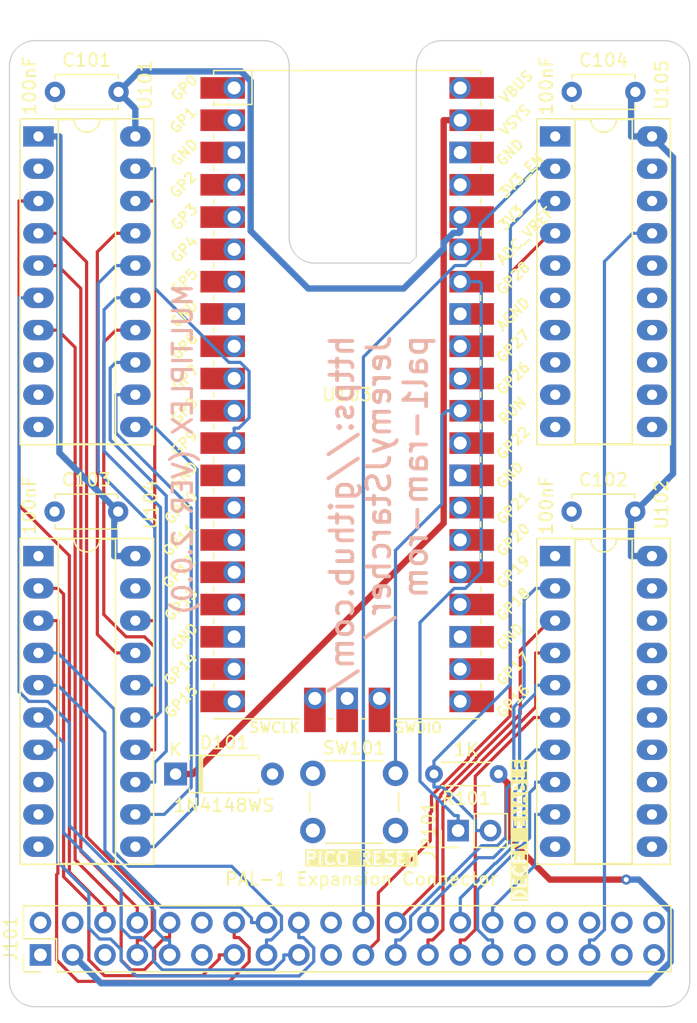
<source format=kicad_pcb>
(kicad_pcb (version 20240108) (generator "pcbnew") (generator_version "8.0")
  (layers (0 "F.Cu" signal) (1 "In1.Cu" signal) (2 "In2.Cu" signal) (31 "B.Cu" signal) (34 "B.Paste" user) (35 "F.Paste" user) (36 "B.SilkS" user "B.Silkscreen") (37 "F.SilkS" user "F.Silkscreen") (38 "B.Mask" user) (39 "F.Mask" user) (44 "Edge.Cuts" user))
  (net 0 "")
  (net 1 "GND")
  (net 2 "Net-(SW101-A)")
  (net 3 "V5")
  (net 4 "/HVPHI2")
  (net 5 "/DEN")
  (net 6 "/HVA2")
  (net 7 "/HVA11")
  (net 8 "/HVA15")
  (net 9 "/HVA6")
  (net 10 "/HVA4")
  (net 11 "/HVA1")
  (net 12 "/HVA3")
  (net 13 "/HVA10")
  (net 14 "/HVA0")
  (net 15 "/HVA14")
  (net 16 "/HVA13")
  (net 17 "/HVA7")
  (net 18 "/HVA8")
  (net 19 "/HVA12")
  (net 20 "/HVA5")
  (net 21 "/LV2")
  (net 22 "/LV4")
  (net 23 "/LV7")
  (net 24 "/LV6")
  (net 25 "/LV5")
  (net 26 "/LV3")
  (net 27 "/CS1")
  (net 28 "/LV1")
  (net 29 "/LV0")
  (net 30 "/CDIR")
  (net 31 "/CS3")
  (net 37 "/CS2")
  (net 38 "/HVA9")
  (net 39 "/HVD0")
  (net 40 "/HVD2")
  (net 41 "/HVD5")
  (net 42 "/HVR~{W}")
  (net 43 "/HVD7")
  (net 44 "/HVD6")
  (net 45 "/HVD1")
  (net 46 "/HVD3")
  (net 47 "/HVD4")
  (net 48 "/~{HVDEN}")
  (net 49 "/LVR~{W}")
  (net 50 "/CS4")
  (net 54 "/LVPHI2")
  (net 58 "+3.3V")
  (net 59 "/~{LVDEN}")
  (net 60 "/VSYS")
  (footprint "Capacitor_THT:C_Disc_D4.7mm_W2.5mm_P5.00mm" (layer "F.Cu") (at 124.6 60.8124)
    (property "Reference" "C101")
    (property "Value" "100nF")
  )
  (footprint "Diode_THT:D_A-405_P7.62mm_Horizontal" (layer "F.Cu") (at 134.085 114.475)
    (property "Reference" "D101")
    (property "Value" "1N4148WS")
  )
  (footprint "Capacitor_THT:C_Disc_D4.7mm_W2.5mm_P5.00mm" (layer "F.Cu") (at 165.23 93.8274)
    (property "Reference" "C102")
    (property "Value" "100nF")
  )
  (footprint "Connector_PinHeader_2.54mm:PinHeader_1x02_P2.54mm_Vertical" (layer "F.Cu") (at 156.305 118.925 90)
    (property "Reference" "JP101")
    (property "Value" "DECEN ENABLE")
  )
  (footprint "Capacitor_THT:C_Disc_D4.7mm_W2.5mm_P5.00mm" (layer "F.Cu") (at 165.24 60.8124)
    (property "Reference" "C104")
    (property "Value" "100nF")
  )
  (footprint "RPi_Pico:RPi_Pico_SMD_TH" (layer "F.Cu") (at 147.58 84.63)
    (property "Reference" "U103")
    (property "Value" "Pico")
  )
  (footprint "Capacitor_THT:C_Disc_D4.7mm_W2.5mm_P5.00mm" (layer "F.Cu") (at 124.57 93.8274)
    (property "Reference" "C103")
    (property "Value" "100nF")
  )
  (footprint "Resistor_THT:R_Axial_DIN0204_L3.6mm_D1.6mm_P5.08mm_Horizontal" (layer "F.Cu") (at 159.485 114.475 180)
    (property "Reference" "R101")
    (property "Value" "1K")
  )
  (footprint "Connector_PinHeader_2.54mm:PinHeader_2x20_P2.54mm_Vertical" (layer "F.Cu") (at 123.455 128.705 90)
    (property "Reference" "J101")
    (property "Value" "PAL-1 Expansion Connector")
  )
  (footprint "Package_DIP:DIP-20_W7.62mm_Socket_LongPads" (layer "F.Cu") (at 163.93 97.33)
    (property "Reference" "U102")
    (property "Value" "74LVC245")
  )
  (footprint "Package_DIP:DIP-20_W7.62mm_Socket_LongPads" (layer "F.Cu") (at 123.3 64.315)
    (property "Reference" "U101")
    (property "Value" "74LVC245")
  )
  (footprint "Package_DIP:DIP-20_W7.62mm_Socket_LongPads" (layer "F.Cu") (at 163.94 64.315)
    (property "Reference" "U105")
    (property "Value" "74LVC245")
  )
  (footprint "Package_DIP:DIP-20_W7.62mm_Socket_LongPads" (layer "F.Cu") (at 123.3 97.33)
    (property "Reference" "U104")
    (property "Value" "74LVC245")
  )
  (footprint "Button_Switch_THT:SW_PUSH_6mm_H4.3mm" (layer "F.Cu") (at 144.88 114.42)
    (property "Reference" "SW101")
    (property "Value" "PICO RESET")
  )
  (gr_arc (start 145.02 74.28) (mid 143.605786 73.694214) (end 143.02 72.28) (stroke (width 0.1)) (layer "Edge.Cuts"))
  (gr_line (start 123.02 56.78) (end 141.02 56.78) (stroke (width 0.1)) (layer "Edge.Cuts"))
  (gr_arc (start 141.02 56.78) (mid 142.434214 57.365786) (end 143.02 58.78) (stroke (width 0.1)) (layer "Edge.Cuts"))
  (gr_line (start 153.02 73.78) (end 153.02 58.78) (stroke (width 0.1)) (layer "Edge.Cuts"))
  (gr_arc (start 153.02 58.78) (mid 153.605786 57.365786) (end 155.02 56.78) (stroke (width 0.1)) (layer "Edge.Cuts"))
  (gr_line (start 155.02 56.78) (end 172.52 56.78) (stroke (width 0.1)) (layer "Edge.Cuts"))
  (gr_line (start 174.52 58.78) (end 174.52 130.78) (stroke (width 0.1)) (layer "Edge.Cuts"))
  (gr_line (start 152.52 74.28) (end 153.02 73.78) (stroke (width 0.1)) (layer "Edge.Cuts"))
  (gr_line (start 121.02 130.78) (end 121.02 58.78) (stroke (width 0.1)) (layer "Edge.Cuts"))
  (gr_line (start 172.52 132.78) (end 123.02 132.78) (stroke (width 0.1)) (layer "Edge.Cuts"))
  (gr_line (start 143.02 58.78) (end 143.02 72.28) (stroke (width 0.1)) (layer "Edge.Cuts"))
  (gr_line (start 145.02 74.28) (end 152.52 74.28) (stroke (width 0.1)) (layer "Edge.Cuts"))
  (gr_arc (start 123.02 132.78) (mid 121.605786 132.194214) (end 121.02 130.78) (stroke (width 0.1)) (layer "Edge.Cuts"))
  (gr_arc (start 172.52 56.78) (mid 173.934214 57.365786) (end 174.52 58.78) (stroke (width 0.1)) (layer "Edge.Cuts"))
  (gr_arc (start 121.02 58.78) (mid 121.605786 57.365786) (end 123.02 56.78) (stroke (width 0.1)) (layer "Edge.Cuts"))
  (gr_arc (start 174.52 130.78) (mid 173.934214 132.194214) (end 172.52 132.78) (stroke (width 0.1)) (layer "Edge.Cuts"))
  (gr_text "MULTIPLEX (VER 2.0.0)" (at 135.52 75.78 90) (layer "B.SilkS") (effects (font (size 1.5 1.5) (thickness 0.25) (bold yes)) (justify left bottom mirror)))
  (gr_text "https://github.com/\nJeremyJStarcher/\npal1-ram-rom\n" (at 154.02 79.78 90) (layer "B.SilkS") (effects (font (size 1.8 1.8) (thickness 0.3) (bold yes)) (justify left bottom mirror)))
  (segment (start 151.38 96.877) (end 151.38 114.42) (width 0.25) (layer "B.Cu") (net 2))
  (segment (start 155.02 93.237) (end 151.38 96.877) (width 0.25) (layer "B.Cu") (net 2))
  (segment (start 155.02 86.28) (end 155.02 93.237) (width 0.25) (layer "B.Cu") (net 2))
  (segment (start 156.47 85.9) (end 155.4 85.9) (width 0.25) (layer "B.Cu") (net 2))
  (segment (start 155.4 85.9) (end 155.02 86.28) (width 0.25) (layer "B.Cu") (net 2))
  (segment (start 163.52 122.78) (end 169.52 122.78) (width 0.5) (layer "F.Cu") (net 3))
  (segment (start 159.485 114.475) (end 160.185 115.175) (width 0.5) (layer "F.Cu") (net 3))
  (segment (start 160.185 115.175) (end 160.185 119.445) (width 0.5) (layer "F.Cu") (net 3))
  (segment (start 160.185 119.445) (end 163.52 122.78) (width 0.5) (layer "F.Cu") (net 3))
  (via (at 169.52 122.78) (size 0.8) (drill 0.4) (layers "F.Cu" "B.Cu") (net 3))
  (segment (start 128.2264 130.9364) (end 171.322078 130.9364) (width 0.5) (layer "B.Cu") (net 3))
  (segment (start 125.995 128.705) (end 128.2264 130.9364) (width 0.5) (layer "B.Cu") (net 3))
  (segment (start 170.52 122.78) (end 169.52 122.78) (width 0.5) (layer "B.Cu") (net 3))
  (segment (start 173.015 129.243478) (end 173.015 125.275) (width 0.5) (layer "B.Cu") (net 3))
  (segment (start 173.015 125.275) (end 170.52 122.78) (width 0.5) (layer "B.Cu") (net 3))
  (segment (start 171.322078 130.9364) (end 173.015 129.243478) (width 0.5) (layer "B.Cu") (net 3))
  (segment (start 158.0288 71.2395) (end 162.4133 66.855) (width 0.25) (layer "B.Cu") (net 4))
  (segment (start 148.855 126.165) (end 148.855 81.6697) (width 0.25) (layer "B.Cu") (net 4))
  (segment (start 156.0547 74.47) (end 156.8841 74.47) (width 0.25) (layer "B.Cu") (net 4))
  (segment (start 156.8841 74.47) (end 158.0288 73.3253) (width 0.25) (layer "B.Cu") (net 4))
  (segment (start 148.855 81.6697) (end 156.0547 74.47) (width 0.25) (layer "B.Cu") (net 4))
  (segment (start 158.0288 73.3253) (end 158.0288 71.2395) (width 0.25) (layer "B.Cu") (net 4))
  (segment (start 163.94 66.855) (end 162.4133 66.855) (width 0.25) (layer "B.Cu") (net 4))
  (segment (start 156.47 75.74) (end 157.98 75.74) (width 0.25) (layer "B.Cu") (net 5))
  (segment (start 157.98 75.74) (end 158.1238 75.8838) (width 0.25) (layer "B.Cu") (net 5))
  (segment (start 158.1238 75.8838) (end 158.1238 98.6251) (width 0.25) (layer "B.Cu") (net 5))
  (segment (start 153.3031 102.5547) (end 153.3031 115.0406) (width 0.25) (layer "B.Cu") (net 5))
  (segment (start 153.3031 115.0406) (end 156.0108 117.7483) (width 0.25) (layer "B.Cu") (net 5))
  (segment (start 156.0108 117.7483) (end 156.305 117.7483) (width 0.25) (layer "B.Cu") (net 5))
  (segment (start 156.8789 99.87) (end 155.9878 99.87) (width 0.25) (layer "B.Cu") (net 5))
  (segment (start 155.9878 99.87) (end 153.3031 102.5547) (width 0.25) (layer "B.Cu") (net 5))
  (segment (start 158.1238 98.6251) (end 156.8789 99.87) (width 0.25) (layer "B.Cu") (net 5))
  (segment (start 156.305 117.7483) (end 156.305 118.925) (width 0.25) (layer "B.Cu") (net 5))
  (segment (start 123.3 71.935) (end 124.8267 71.935) (width 0.25) (layer "F.Cu") (net 6))
  (segment (start 127.0867 119.4021) (end 127.0867 74.195) (width 0.25) (layer "F.Cu") (net 6))
  (segment (start 132.2517 126.7194) (end 132.2517 124.5671) (width 0.25) (layer "F.Cu") (net 6))
  (segment (start 131.075 128.705) (end 131.075 127.5283) (width 0.25) (layer "F.Cu") (net 6))
  (segment (start 131.4428 127.5283) (end 132.2517 126.7194) (width 0.25) (layer "F.Cu") (net 6))
  (segment (start 131.075 127.5283) (end 131.4428 127.5283) (width 0.25) (layer "F.Cu") (net 6))
  (segment (start 127.0867 74.195) (end 124.8267 71.935) (width 0.25) (layer "F.Cu") (net 6))
  (segment (start 132.2517 124.5671) (end 127.0867 119.4021) (width 0.25) (layer "F.Cu") (net 6))
  (segment (start 132.9821 124.9475) (end 128.5279 120.4933) (width 0.25) (layer "B.Cu") (net 7))
  (segment (start 128.5278 111.1911) (end 124.8267 107.49) (width 0.25) (layer "B.Cu") (net 7))
  (segment (start 140.0583 125.7972) (end 139.2086 124.9475) (width 0.25) (layer "B.Cu") (net 7))
  (segment (start 141.235 126.165) (end 140.0583 126.165) (width 0.25) (layer "B.Cu") (net 7))
  (segment (start 139.2086 124.9475) (end 132.9821 124.9475) (width 0.25) (layer "B.Cu") (net 7))
  (segment (start 128.5279 120.4933) (end 128.5279 111.1911) (width 0.25) (layer "B.Cu") (net 7))
  (segment (start 123.3 107.49) (end 124.8267 107.49) (width 0.25) (layer "B.Cu") (net 7))
  (segment (start 140.0583 126.165) (end 140.0583 125.7972) (width 0.25) (layer "B.Cu") (net 7))
  (segment (start 128.5279 111.1911) (end 128.5278 111.1911) (width 0.25) (layer "B.Cu") (net 7))
  (segment (start 121.7733 107.9957) (end 121.7733 77.015) (width 0.25) (layer "B.Cu") (net 10))
  (segment (start 133.615 127.5283) (end 133.2472 127.5283) (width 0.25) (layer "B.Cu") (net 10))
  (segment (start 132.4383 126.7194) (end 132.4383 125.2281) (width 0.25) (layer "B.Cu") (net 10))
  (segment (start 125.7301 110.4577) (end 124.0324 108.76) (width 0.25) (layer "B.Cu") (net 10))
  (segment (start 132.4383 125.2281) (end 125.7301 118.5199) (width 0.25) (layer "B.Cu") (net 10))
  (segment (start 133.615 128.705) (end 133.615 127.5283) (width 0.25) (layer "B.Cu") (net 10))
  (segment (start 123.3 77.015) (end 121.7733 77.015) (width 0.25) (layer "B.Cu") (net 10))
  (segment (start 125.7301 118.5199) (end 125.7301 110.4577) (width 0.25) (layer "B.Cu") (net 10))
  (segment (start 124.0324 108.76) (end 122.5376 108.76) (width 0.25) (layer "B.Cu") (net 10))
  (segment (start 122.5376 108.76) (end 121.7733 107.9957) (width 0.25) (layer "B.Cu") (net 10))
  (segment (start 133.2472 127.5283) (end 132.4383 126.7194) (width 0.25) (layer "B.Cu") (net 10))
  (segment (start 128.535 124.9883) (end 125.7316 122.1849) (width 0.25) (layer "F.Cu") (net 11))
  (segment (start 125.7316 97.2978) (end 121.7733 93.3395) (width 0.25) (layer "F.Cu") (net 11))
  (segment (start 128.535 126.165) (end 128.535 124.9883) (width 0.25) (layer "F.Cu") (net 11))
  (segment (start 123.3 69.395) (end 121.7733 69.395) (width 0.25) (layer "F.Cu") (net 11))
  (segment (start 125.7316 122.1849) (end 125.7316 97.2978) (width 0.25) (layer "F.Cu") (net 11))
  (segment (start 121.7733 93.3395) (end 121.7733 69.395) (width 0.25) (layer "F.Cu") (net 11))
  (segment (start 131.075 124.9883) (end 126.635 120.5483) (width 0.25) (layer "F.Cu") (net 12))
  (segment (start 131.075 126.165) (end 131.075 124.9883) (width 0.25) (layer "F.Cu") (net 12))
  (segment (start 123.3 74.475) (end 124.8267 74.475) (width 0.25) (layer "F.Cu") (net 12))
  (segment (start 126.635 120.5483) (end 126.635 76.2833) (width 0.25) (layer "F.Cu") (net 12))
  (segment (start 126.635 76.2833) (end 124.8267 74.475) (width 0.25) (layer "F.Cu") (net 12))
  (segment (start 141.235 128.705) (end 141.235 127.5283) (width 0.25) (layer "B.Cu") (net 13))
  (segment (start 142.4117 125.648) (end 138.4968 121.7331) (width 0.25) (layer "B.Cu") (net 13))
  (segment (start 123.3 104.95) (end 124.8267 104.95) (width 0.25) (layer "B.Cu") (net 13))
  (segment (start 130.4065 121.7331) (end 129.2442 120.5708) (width 0.25) (layer "B.Cu") (net 13))
  (segment (start 129.2442 109.3675) (end 124.8267 104.95) (width 0.25) (layer "B.Cu") (net 13))
  (segment (start 141.235 127.5283) (end 141.6028 127.5283) (width 0.25) (layer "B.Cu") (net 13))
  (segment (start 129.2442 120.5708) (end 129.2442 109.3675) (width 0.25) (layer "B.Cu") (net 13))
  (segment (start 138.4968 121.7331) (end 130.4065 121.7331) (width 0.25) (layer "B.Cu") (net 13))
  (segment (start 142.4117 126.7194) (end 142.4117 125.648) (width 0.25) (layer "B.Cu") (net 13))
  (segment (start 141.6028 127.5283) (end 142.4117 126.7194) (width 0.25) (layer "B.Cu") (net 13))
  (segment (start 123.3 112.57) (end 124.8267 112.57) (width 0.25) (layer "B.Cu") (net 16))
  (segment (start 144.9517 129.2152) (end 144.9517 128.1506) (width 0.25) (layer "B.Cu") (net 16))
  (segment (start 131.0004 130.3614) (end 143.8055 130.3614) (width 0.25) (layer "B.Cu") (net 16))
  (segment (start 127.265 123.8353) (end 127.265 126.5958) (width 0.25) (layer "B.Cu") (net 16))
  (segment (start 127.265 126.5958) (end 128.1243 127.4551) (width 0.25) (layer "B.Cu") (net 16))
  (segment (start 143.775 126.165) (end 143.775 127.3417) (width 0.25) (layer "B.Cu") (net 16))
  (segment (start 128.1243 127.4551) (end 128.9759 127.4551) (width 0.25) (layer "B.Cu") (net 16))
  (segment (start 124.8267 121.397) (end 127.265 123.8353) (width 0.25) (layer "B.Cu") (net 16))
  (segment (start 144.9517 128.1506) (end 144.1428 127.3417) (width 0.25) (layer "B.Cu") (net 16))
  (segment (start 124.8267 112.57) (end 124.8267 121.397) (width 0.25) (layer "B.Cu") (net 16))
  (segment (start 143.8055 130.3614) (end 144.9517 129.2152) (width 0.25) (layer "B.Cu") (net 16))
  (segment (start 129.805 129.166) (end 131.0004 130.3614) (width 0.25) (layer "B.Cu") (net 16))
  (segment (start 129.805 128.2842) (end 129.805 129.166) (width 0.25) (layer "B.Cu") (net 16))
  (segment (start 144.1428 127.3417) (end 143.775 127.3417) (width 0.25) (layer "B.Cu") (net 16))
  (segment (start 128.9759 127.4551) (end 129.805 128.2842) (width 0.25) (layer "B.Cu") (net 16))
  (segment (start 136.2063 130.3339) (end 128.4893 130.3339) (width 0.25) (layer "F.Cu") (net 18))
  (segment (start 123.3 99.87) (end 124.8267 99.87) (width 0.25) (layer "F.Cu") (net 18))
  (segment (start 128.4893 130.3339) (end 127.265 129.1096) (width 0.25) (layer "F.Cu") (net 18))
  (segment (start 127.265 124.5438) (end 125.2784 122.5572) (width 0.25) (layer "F.Cu") (net 18))
  (segment (start 138.695 128.705) (end 137.5183 128.705) (width 0.25) (layer "F.Cu") (net 18))
  (segment (start 125.2784 122.5572) (end 125.2784 100.3217) (width 0.25) (layer "F.Cu") (net 18))
  (segment (start 125.2784 100.3217) (end 124.8267 99.87) (width 0.25) (layer "F.Cu") (net 18))
  (segment (start 127.265 129.1096) (end 127.265 124.5438) (width 0.25) (layer "F.Cu") (net 18))
  (segment (start 137.5183 128.705) (end 137.5183 129.0219) (width 0.25) (layer "F.Cu") (net 18))
  (segment (start 137.5183 129.0219) (end 136.2063 130.3339) (width 0.25) (layer "F.Cu") (net 18))
  (segment (start 132.345 128.2961) (end 131.3906 127.3417) (width 0.25) (layer "B.Cu") (net 19))
  (segment (start 129.805 126.6005) (end 129.805 123.6126) (width 0.25) (layer "B.Cu") (net 19))
  (segment (start 133.046 129.8882) (end 132.345 129.1872) (width 0.25) (layer "B.Cu") (net 19))
  (segment (start 141.7828 129.8882) (end 133.046 129.8882) (width 0.25) (layer "B.Cu") (net 19))
  (segment (start 129.805 123.6126) (end 125.2784 119.086) (width 0.25) (layer "B.Cu") (net 19))
  (segment (start 125.2784 112.0084) (end 123.3 110.03) (width 0.25) (layer "B.Cu") (net 19))
  (segment (start 131.3906 127.3417) (end 130.5462 127.3417) (width 0.25) (layer "B.Cu") (net 19))
  (segment (start 130.5462 127.3417) (end 129.805 126.6005) (width 0.25) (layer "B.Cu") (net 19))
  (segment (start 143.775 128.705) (end 142.5983 128.705) (width 0.25) (layer "B.Cu") (net 19))
  (segment (start 142.5983 128.705) (end 142.5983 129.0727) (width 0.25) (layer "B.Cu") (net 19))
  (segment (start 125.2784 119.086) (end 125.2784 112.0084) (width 0.25) (layer "B.Cu") (net 19))
  (segment (start 142.5983 129.0727) (end 141.7828 129.8882) (width 0.25) (layer "B.Cu") (net 19))
  (segment (start 132.345 129.1872) (end 132.345 128.2961) (width 0.25) (layer "B.Cu") (net 19))
  (segment (start 123.3 79.555) (end 124.8267 79.555) (width 0.25) (layer "F.Cu") (net 20))
  (segment (start 129.805 129.1073) (end 129.805 124.8388) (width 0.25) (layer "F.Cu") (net 20))
  (segment (start 129.805 124.8388) (end 126.1833 121.2171) (width 0.25) (layer "F.Cu") (net 20))
  (segment (start 133.2472 127.3417) (end 132.4383 128.1506) (width 0.25) (layer "F.Cu") (net 20))
  (segment (start 126.1833 80.9116) (end 124.8267 79.555) (width 0.25) (layer "F.Cu") (net 20))
  (segment (start 131.6237 129.8822) (end 130.5799 129.8822) (width 0.25) (layer "F.Cu") (net 20))
  (segment (start 132.4383 129.0676) (end 131.6237 129.8822) (width 0.25) (layer "F.Cu") (net 20))
  (segment (start 133.615 126.165) (end 133.615 127.3417) (width 0.25) (layer "F.Cu") (net 20))
  (segment (start 133.615 127.3417) (end 133.2472 127.3417) (width 0.25) (layer "F.Cu") (net 20))
  (segment (start 130.5799 129.8822) (end 129.805 129.1073) (width 0.25) (layer "F.Cu") (net 20))
  (segment (start 126.1833 121.2171) (end 126.1833 80.9116) (width 0.25) (layer "F.Cu") (net 20))
  (segment (start 132.4383 128.1506) (end 132.4383 129.0676) (width 0.25) (layer "F.Cu") (net 20))
  (segment (start 132.4467 95.1106) (end 132.4467 107.49) (width 0.25) (layer "B.Cu") (net 21))
  (segment (start 129.3933 74.475) (end 128.0068 75.8615) (width 0.25) (layer "B.Cu") (net 21))
  (segment (start 128.0068 90.6707) (end 132.4467 95.1106) (width 0.25) (layer "B.Cu") (net 21))
  (segment (start 130.92 74.475) (end 129.3933 74.475) (width 0.25) (layer "B.Cu") (net 21))
  (segment (start 130.92 107.49) (end 132.4467 107.49) (width 0.25) (layer "B.Cu") (net 21))
  (segment (start 128.0068 75.8615) (end 128.0068 90.6707) (width 0.25) (layer "B.Cu") (net 21))
  (segment (start 130.92 79.555) (end 129.3933 79.555) (width 0.25) (layer "F.Cu") (net 22))
  (segment (start 129.3933 79.555) (end 128.4387 80.5096) (width 0.25) (layer "F.Cu") (net 22))
  (segment (start 130.92 112.57) (end 132.4467 112.57) (width 0.25) (layer "F.Cu") (net 22))
  (segment (start 130.1913 103.68) (end 131.644 103.68) (width 0.25) (layer "F.Cu") (net 22))
  (segment (start 131.644 103.68) (end 132.4467 104.4827) (width 0.25) (layer "F.Cu") (net 22))
  (segment (start 132.4467 104.4827) (end 132.4467 112.57) (width 0.25) (layer "F.Cu") (net 22))
  (segment (start 128.4387 80.5096) (end 128.4387 101.9274) (width 0.25) (layer "F.Cu") (net 22))
  (segment (start 128.4387 101.9274) (end 130.1913 103.68) (width 0.25) (layer "F.Cu") (net 22))
  (segment (start 135.7738 90.5021) (end 135.7738 116.8629) (width 0.25) (layer "B.Cu") (net 23))
  (segment (start 135.7738 116.8629) (end 132.4467 120.19) (width 0.25) (layer "B.Cu") (net 23))
  (segment (start 132.4467 87.175) (end 135.7738 90.5021) (width 0.25) (layer "B.Cu") (net 23))
  (segment (start 130.92 120.19) (end 132.4467 120.19) (width 0.25) (layer "B.Cu") (net 23))
  (segment (start 130.92 87.175) (end 132.4467 87.175) (width 0.25) (layer "B.Cu") (net 23))
  (segment (start 133.1951 117.65) (end 130.92 117.65) (width 0.25) (layer "B.Cu") (net 24))
  (segment (start 130.92 84.635) (end 129.3933 84.635) (width 0.25) (layer "B.Cu") (net 24))
  (segment (start 135.3117 115.5334) (end 133.1951 117.65) (width 0.25) (layer "B.Cu") (net 24))
  (segment (start 129.3933 84.635) (end 129.3933 87.6418) (width 0.25) (layer "B.Cu") (net 24))
  (segment (start 135.3117 93.5602) (end 135.3117 115.5334) (width 0.25) (layer "B.Cu") (net 24))
  (segment (start 129.3933 87.6418) (end 135.3117 93.5602) (width 0.25) (layer "B.Cu") (net 24))
  (segment (start 132.4467 113.5833) (end 133.3501 112.6799) (width 0.25) (layer "B.Cu") (net 25))
  (segment (start 130.92 115.11) (end 132.4467 115.11) (width 0.25) (layer "B.Cu") (net 25))
  (segment (start 132.4467 115.11) (end 132.4467 113.5833) (width 0.25) (layer "B.Cu") (net 25))
  (segment (start 128.9416 82.5467) (end 129.3933 82.095) (width 0.25) (layer "B.Cu") (net 25))
  (segment (start 128.9416 88.1804) (end 128.9416 82.5467) (width 0.25) (layer "B.Cu") (net 25))
  (segment (start 133.3501 112.6799) (end 133.3501 92.5889) (width 0.25) (layer "B.Cu") (net 25))
  (segment (start 130.92 82.095) (end 129.3933 82.095) (width 0.25) (layer "B.Cu") (net 25))
  (segment (start 133.3501 92.5889) (end 128.9416 88.1804) (width 0.25) (layer "B.Cu") (net 25))
  (segment (start 132.4467 110.03) (end 132.8984 109.5783) (width 0.25) (layer "B.Cu") (net 26))
  (segment (start 128.4585 77.9498) (end 129.3933 77.015) (width 0.25) (layer "B.Cu") (net 26))
  (segment (start 130.92 77.015) (end 129.3933 77.015) (width 0.25) (layer "B.Cu") (net 26))
  (segment (start 132.8984 109.5783) (end 132.8984 93.5012) (width 0.25) (layer "B.Cu") (net 26))
  (segment (start 130.92 110.03) (end 132.4467 110.03) (width 0.25) (layer "B.Cu") (net 26))
  (segment (start 132.8984 93.5012) (end 128.4585 89.0613) (width 0.25) (layer "B.Cu") (net 26))
  (segment (start 128.4585 89.0613) (end 128.4585 77.9498) (width 0.25) (layer "B.Cu") (net 26))
  (segment (start 138.2829 82.09) (end 139.1729 82.09) (width 0.25) (layer "B.Cu") (net 27))
  (segment (start 139.1729 82.09) (end 139.8667 82.7838) (width 0.25) (layer "B.Cu") (net 27))
  (segment (start 138.69 88.44) (end 138.69 87.2633) (width 0.25) (layer "B.Cu") (net 27))
  (segment (start 130.92 66.855) (end 132.4467 66.855) (width 0.25) (layer "B.Cu") (net 27))
  (segment (start 139.0578 87.2633) (end 138.69 87.2633) (width 0.25) (layer "B.Cu") (net 27))
  (segment (start 139.8667 86.4544) (end 139.0578 87.2633) (width 0.25) (layer "B.Cu") (net 27))
  (segment (start 139.8667 82.7838) (end 139.8667 86.4544) (width 0.25) (layer "B.Cu") (net 27))
  (segment (start 132.4467 76.2538) (end 138.2829 82.09) (width 0.25) (layer "B.Cu") (net 27))
  (segment (start 132.4467 66.855) (end 132.4467 76.2538) (width 0.25) (layer "B.Cu") (net 27))
  (segment (start 127.9307 103.4874) (end 127.9307 73.3976) (width 0.25) (layer "F.Cu") (net 28))
  (segment (start 129.3933 104.95) (end 127.9307 103.4874) (width 0.25) (layer "F.Cu") (net 28))
  (segment (start 130.92 104.95) (end 129.3933 104.95) (width 0.25) (layer "F.Cu") (net 28))
  (segment (start 127.9307 73.3976) (end 129.3933 71.935) (width 0.25) (layer "F.Cu") (net 28))
  (segment (start 130.92 71.935) (end 129.3933 71.935) (width 0.25) (layer "F.Cu") (net 28))
  (segment (start 130.92 102.41) (end 132.4467 102.41) (width 0.25) (layer "F.Cu") (net 29))
  (segment (start 130.92 69.395) (end 132.4467 69.395) (width 0.25) (layer "F.Cu") (net 29))
  (segment (start 132.4467 102.41) (end 132.4467 69.395) (width 0.25) (layer "F.Cu") (net 29))
  (segment (start 139.8717 129.2347) (end 139.8717 128.1506) (width 0.25) (layer "F.Cu") (net 38))
  (segment (start 139.0628 127.3417) (end 138.695 127.3417) (width 0.25) (layer "F.Cu") (net 38))
  (segment (start 139.8717 128.1506) (end 139.0628 127.3417) (width 0.25) (layer "F.Cu") (net 38))
  (segment (start 124.7292 129.1109) (end 126.4042 130.7859) (width 0.25) (layer "F.Cu") (net 38))
  (segment (start 124.7292 122.3896) (end 124.7292 129.1109) (width 0.25) (layer "F.Cu") (net 38))
  (segment (start 123.3 102.41) (end 124.8267 102.41) (width 0.25) (layer "F.Cu") (net 38))
  (segment (start 138.3205 130.7859) (end 139.8717 129.2347) (width 0.25) (layer "F.Cu") (net 38))
  (segment (start 126.4042 130.7859) (end 138.3205 130.7859) (width 0.25) (layer "F.Cu") (net 38))
  (segment (start 124.8267 122.2921) (end 124.7292 122.3896) (width 0.25) (layer "F.Cu") (net 38))
  (segment (start 138.695 126.165) (end 138.695 127.3417) (width 0.25) (layer "F.Cu") (net 38))
  (segment (start 124.8267 102.41) (end 124.8267 122.2921) (width 0.25) (layer "F.Cu") (net 38))
  (segment (start 161.4927 100.7806) (end 161.4927 108.4006) (width 0.25) (layer "B.Cu") (net 39))
  (segment (start 152.5717 125.6844) (end 152.5717 126.7194) (width 0.25) (layer "B.Cu") (net 39))
  (segment (start 161.4927 108.4006) (end 160.6855 109.2078) (width 0.25) (layer "B.Cu") (net 39))
  (segment (start 151.7628 127.5283) (end 151.395 127.5283) (width 0.25) (layer "B.Cu") (net 39))
  (segment (start 163.93 99.87) (end 162.4033 99.87) (width 0.25) (layer "B.Cu") (net 39))
  (segment (start 160.6855 115.05) (end 160.1279 115.6076) (width 0.25) (layer "B.Cu") (net 39))
  (segment (start 160.1279 115.6076) (end 160.1279 119.372) (width 0.25) (layer "B.Cu") (net 39))
  (segment (start 151.395 128.705) (end 151.395 127.5283) (width 0.25) (layer "B.Cu") (net 39))
  (segment (start 160.6855 109.2078) (end 160.6855 115.05) (width 0.25) (layer "B.Cu") (net 39))
  (segment (start 162.4033 99.87) (end 161.4927 100.7806) (width 0.25) (layer "B.Cu") (net 39))
  (segment (start 160.1279 119.372) (end 159.3883 120.1116) (width 0.25) (layer "B.Cu") (net 39))
  (segment (start 158.1445 120.1116) (end 152.5717 125.6844) (width 0.25) (layer "B.Cu") (net 39))
  (segment (start 159.3883 120.1116) (end 158.1445 120.1116) (width 0.25) (layer "B.Cu") (net 39))
  (segment (start 152.5717 126.7194) (end 151.7628 127.5283) (width 0.25) (layer "B.Cu") (net 39))
  (segment (start 155.52 116.28) (end 155.1117 116.6883) (width 0.25) (layer "F.Cu") (net 40))
  (segment (start 154.3028 127.5283) (end 153.935 127.5283) (width 0.25) (layer "F.Cu") (net 40))
  (segment (start 155.1117 116.6883) (end 155.1117 126.7194) (width 0.25) (layer "F.Cu") (net 40))
  (segment (start 163.93 104.95) (end 162.4033 104.95) (width 0.25) (layer "F.Cu") (net 40))
  (segment (start 162.4033 109.2044) (end 158.1831 113.4246) (width 0.25) (layer "F.Cu") (net 40))
  (segment (start 155.1117 126.7194) (end 154.3028 127.5283) (width 0.25) (layer "F.Cu") (net 40))
  (segment (start 162.4033 104.95) (end 162.4033 109.2044) (width 0.25) (layer "F.Cu") (net 40))
  (segment (start 155.52 116.143604) (end 155.52 116.28) (width 0.25) (layer "F.Cu") (net 40))
  (segment (start 153.935 127.5283) (end 153.935 128.705) (width 0.25) (layer "F.Cu") (net 40))
  (segment (start 158.1831 113.4246) (end 158.1831 113.480504) (width 0.25) (layer "F.Cu") (net 40))
  (segment (start 158.1831 113.480504) (end 155.52 116.143604) (width 0.25) (layer "F.Cu") (net 40))
  (segment (start 161.4781 119.2374) (end 161.4781 115.7602) (width 0.25) (layer "B.Cu") (net 41))
  (segment (start 156.475 124.2405) (end 159.2066 121.5089) (width 0.25) (layer "B.Cu") (net 41))
  (segment (start 156.475 126.165) (end 156.475 124.2405) (width 0.25) (layer "B.Cu") (net 41))
  (segment (start 161.4781 115.7602) (end 161.5889 115.6494) (width 0.25) (layer "B.Cu") (net 41))
  (segment (start 163.93 112.57) (end 162.4033 112.57) (width 0.25) (layer "B.Cu") (net 41))
  (segment (start 161.2245 119.491) (end 161.4781 119.2374) (width 0.25) (layer "B.Cu") (net 41))
  (segment (start 159.2066 121.5089) (end 159.2687 121.5089) (width 0.25) (layer "B.Cu") (net 41))
  (segment (start 161.5889 113.3844) (end 162.4033 112.57) (width 0.25) (layer "B.Cu") (net 41))
  (segment (start 159.2687 121.5089) (end 161.2245 119.5531) (width 0.25) (layer "B.Cu") (net 41))
  (segment (start 161.5889 115.6494) (end 161.5889 113.3844) (width 0.25) (layer "B.Cu") (net 41))
  (segment (start 161.2245 119.5531) (end 161.2245 119.491) (width 0.25) (layer "B.Cu") (net 41))
  (segment (start 160.3946 109.9108) (end 157.11 113.1954) (width 0.25) (layer "F.Cu") (net 42))
  (segment (start 157.11 113.1954) (end 157.11 113.280812) (width 0.25) (layer "F.Cu") (net 42))
  (segment (start 154.2117 117.4219) (end 154.1108 117.5228) (width 0.25) (layer "F.Cu") (net 42))
  (segment (start 154.1108 117.5228) (end 154.1108 119.7285) (width 0.25) (layer "F.Cu") (net 42))
  (segment (start 150.0317 127.5283) (end 148.855 128.705) (width 0.25) (layer "F.Cu") (net 42))
  (segment (start 163.54 71.935) (end 160.3946 75.0804) (width 0.25) (layer "F.Cu") (net 42))
  (segment (start 163.94 71.935) (end 163.54 71.935) (width 0.25) (layer "F.Cu") (net 42))
  (segment (start 154.1108 119.7285) (end 150.0317 123.8076) (width 0.25) (layer "F.Cu") (net 42))
  (segment (start 160.3946 75.0804) (end 160.3946 109.9108) (width 0.25) (layer "F.Cu") (net 42))
  (segment (start 154.2117 116.179112) (end 154.2117 117.4219) (width 0.25) (layer "F.Cu") (net 42))
  (segment (start 157.11 113.280812) (end 154.2117 116.179112) (width 0.25) (layer "F.Cu") (net 42))
  (segment (start 150.0317 123.8076) (end 150.0317 127.5283) (width 0.25) (layer "F.Cu") (net 42))
  (segment (start 159.015 126.165) (end 159.015 124.9883) (width 0.25) (layer "B.Cu") (net 43))
  (segment (start 162.4033 117.65) (end 162.4033 121.6) (width 0.25) (layer "B.Cu") (net 43))
  (segment (start 162.4033 121.6) (end 159.015 124.9883) (width 0.25) (layer "B.Cu") (net 43))
  (segment (start 163.93 117.65) (end 162.4033 117.65) (width 0.25) (layer "B.Cu") (net 43))
  (segment (start 161.9298 119.4866) (end 161.9298 115.9473) (width 0.25) (layer "B.Cu") (net 44))
  (segment (start 161.9298 115.9473) (end 162.4033 115.4738) (width 0.25) (layer "B.Cu") (net 44))
  (segment (start 157.8383 126.7194) (end 157.8383 123.5781) (width 0.25) (layer "B.Cu") (net 44))
  (segment (start 162.4033 115.4738) (end 162.4033 115.11) (width 0.25) (layer "B.Cu") (net 44))
  (segment (start 159.015 128.705) (end 159.015 127.5283) (width 0.25) (layer "B.Cu") (net 44))
  (segment (start 157.8383 123.5781) (end 161.9298 119.4866) (width 0.25) (layer "B.Cu") (net 44))
  (segment (start 163.93 115.11) (end 162.4033 115.11) (width 0.25) (layer "B.Cu") (net 44))
  (segment (start 159.015 127.5283) (end 158.6472 127.5283) (width 0.25) (layer "B.Cu") (net 44))
  (segment (start 158.6472 127.5283) (end 157.8383 126.7194) (width 0.25) (layer "B.Cu") (net 44))
  (segment (start 161.1899 109.7544) (end 157.7314 113.2129) (width 0.25) (layer "F.Cu") (net 45))
  (segment (start 154.6617 122.8983) (end 151.395 126.165) (width 0.25) (layer "F.Cu") (net 45))
  (segment (start 157.7314 113.2129) (end 157.7314 113.295808) (width 0.25) (layer "F.Cu") (net 45))
  (segment (start 154.943604 116.22) (end 154.6617 116.501904) (width 0.25) (layer "F.Cu") (net 45))
  (segment (start 157.7314 113.295808) (end 154.943604 116.083604) (width 0.25) (layer "F.Cu") (net 45))
  (segment (start 161.1899 104.7501) (end 161.1899 109.7544) (width 0.25) (layer "F.Cu") (net 45))
  (segment (start 154.6617 116.501904) (end 154.6617 122.8983) (width 0.25) (layer "F.Cu") (net 45))
  (segment (start 163.53 102.41) (end 161.1899 104.7501) (width 0.25) (layer "F.Cu") (net 45))
  (segment (start 154.943604 116.083604) (end 154.943604 116.22) (width 0.25) (layer "F.Cu") (net 45))
  (segment (start 163.93 102.41) (end 163.53 102.41) (width 0.25) (layer "F.Cu") (net 45))
  (segment (start 162.4033 108.1288) (end 162.4033 107.49) (width 0.25) (layer "B.Cu") (net 46))
  (segment (start 157.8661 121.0572) (end 159.0816 121.0572) (width 0.25) (layer "B.Cu") (net 46))
  (segment (start 161.1372 109.3949) (end 162.4033 108.1288) (width 0.25) (layer "B.Cu") (net 46))
  (segment (start 153.935 124.9883) (end 157.8661 121.0572) (width 0.25) (layer "B.Cu") (net 46))
  (segment (start 161.1372 115.4623) (end 161.1372 109.3949) (width 0.25) (layer "B.Cu") (net 46))
  (segment (start 160.7728 119.366) (end 160.7728 115.8267) (width 0.25) (layer "B.Cu") (net 46))
  (segment (start 159.0816 121.0572) (end 160.7728 119.366) (width 0.25) (layer "B.Cu") (net 46))
  (segment (start 163.93 107.49) (end 162.4033 107.49) (width 0.25) (layer "B.Cu") (net 46))
  (segment (start 153.935 126.165) (end 153.935 124.9883) (width 0.25) (layer "B.Cu") (net 46))
  (segment (start 160.7728 115.8267) (end 161.1372 115.4623) (width 0.25) (layer "B.Cu") (net 46))
  (segment (start 156.475 127.5283) (end 156.475 128.705) (width 0.25) (layer "F.Cu") (net 47))
  (segment (start 162.27 110.03) (end 157.6517 114.6483) (width 0.25) (layer "F.Cu") (net 47))
  (segment (start 163.93 110.03) (end 162.27 110.03) (width 0.25) (layer "F.Cu") (net 47))
  (segment (start 157.6517 114.6483) (end 157.6517 126.7194) (width 0.25) (layer "F.Cu") (net 47))
  (segment (start 156.8428 127.5283) (end 156.475 127.5283) (width 0.25) (layer "F.Cu") (net 47))
  (segment (start 157.6517 126.7194) (end 156.8428 127.5283) (width 0.25) (layer "F.Cu") (net 47))
  (segment (start 166.635 128.705) (end 166.635 127.5283) (width 0.25) (layer "B.Cu") (net 48))
  (segment (start 171.56 71.935) (end 170.0333 71.935) (width 0.25) (layer "B.Cu") (net 48))
  (segment (start 170.0333 71.935) (end 167.8117 74.1566) (width 0.25) (layer "B.Cu") (net 48))
  (segment (start 167.8117 126.7194) (end 167.0028 127.5283) (width 0.25) (layer "B.Cu") (net 48))
  (segment (start 167.0028 127.5283) (end 166.635 127.5283) (width 0.25) (layer "B.Cu") (net 48))
  (segment (start 167.8117 74.1566) (end 167.8117 126.7194) (width 0.25) (layer "B.Cu") (net 48))
  (segment (start 130.92 62.1324) (end 129.6 60.8124) (width 0.5) (layer "B.Cu") (net 58))
  (segment (start 169.9083 64.315) (end 169.9083 61.1441) (width 0.5) (layer "B.Cu") (net 58))
  (segment (start 124.9517 89.2091) (end 124.9517 64.315) (width 0.5) (layer "B.Cu") (net 58))
  (segment (start 156.4 71.9) (end 155.931522 71.9) (width 0.5) (layer "B.Cu") (net 58))
  (segment (start 129.2683 94.1291) (end 129.57 93.8274) (width 0.5) (layer "B.Cu") (net 58))
  (segment (start 139.99 59.961522) (end 139.228478 59.2) (width 0.5) (layer "B.Cu") (net 58))
  (segment (start 144.52 76.28) (end 139.99 71.75) (width 0.5) (layer "B.Cu") (net 58))
  (segment (start 123.3 64.315) (end 124.9517 64.315) (width 0.5) (layer "B.Cu") (net 58))
  (segment (start 130.92 64.315) (end 130.92 62.1324) (width 0.5) (layer "B.Cu") (net 58))
  (segment (start 155.17 73.13) (end 152.02 76.28) (width 0.5) (layer "B.Cu") (net 58))
  (segment (start 173.21 90.8474) (end 173.21 65.965) (width 0.5) (layer "B.Cu") (net 58))
  (segment (start 169.9083 61.1441) (end 170.24 60.8124) (width 0.5) (layer "B.Cu") (net 58))
  (segment (start 129.57 93.8274) (end 124.9517 89.2091) (width 0.5) (layer "B.Cu") (net 58))
  (segment (start 139.99 71.75) (end 139.99 59.961522) (width 0.5) (layer "B.Cu") (net 58))
  (segment (start 130.92 97.33) (end 129.2683 97.33) (width 0.5) (layer "B.Cu") (net 58))
  (segment (start 155.17 72.661522) (end 155.17 73.13) (width 0.5) (layer "B.Cu") (net 58))
  (segment (start 171.55 97.33) (end 169.8983 97.33) (width 0.5) (layer "B.Cu") (net 58))
  (segment (start 169.8983 97.33) (end 169.8983 94.1591) (width 0.5) (layer "B.Cu") (net 58))
  (segment (start 169.8983 94.1591) (end 170.23 93.8274) (width 0.5) (layer "B.Cu") (net 58))
  (segment (start 155.931522 71.9) (end 155.17 72.661522) (width 0.5) (layer "B.Cu") (net 58))
  (segment (start 139.228478 59.2) (end 131.2124 59.2) (width 0.5) (layer "B.Cu") (net 58))
  (segment (start 152.02 76.28) (end 144.52 76.28) (width 0.5) (layer "B.Cu") (net 58))
  (segment (start 173.21 65.965) (end 171.56 64.315) (width 0.5) (layer "B.Cu") (net 58))
  (segment (start 156.47 70.66) (end 156.47 71.83) (width 0.5) (layer "B.Cu") (net 58))
  (segment (start 129.2683 97.33) (end 129.2683 94.1291) (width 0.5) (layer "B.Cu") (net 58))
  (segment (start 170.23 93.8274) (end 173.21 90.8474) (width 0.5) (layer "B.Cu") (net 58))
  (segment (start 156.47 71.83) (end 156.4 71.9) (width 0.5) (layer "B.Cu") (net 58))
  (segment (start 171.56 64.315) (end 169.9083 64.315) (width 0.5) (layer "B.Cu") (net 58))
  (segment (start 131.2124 59.2) (end 129.6 60.8124) (width 0.5) (layer "B.Cu") (net 58))
  (segment (start 158.845 118.925) (end 157.6683 118.925) (width 0.25) (layer "B.Cu") (net 59))
  (segment (start 155.0722 115.5017) (end 157.6683 118.0978) (width 0.25) (layer "B.Cu") (net 59))
  (segment (start 163.94 69.395) (end 162.4133 69.395) (width 0.25) (layer "B.Cu") (net 59))
  (segment (start 157.6683 118.0978) (end 157.6683 118.925) (width 0.25) (layer "B.Cu") (net 59))
  (segment (start 162.4133 69.395) (end 160.4141 71.3942) (width 0.25) (layer "B.Cu") (net 59))
  (segment (start 154.405 114.9883) (end 154.405 114.475) (width 0.25) (layer "B.Cu") (net 59))
  (segment (start 154.405 114.9883) (end 154.405 115.5017) (width 0.25) (layer "B.Cu") (net 59))
  (segment (start 154.405 114.475) (end 154.405 113.4483) (width 0.25) (layer "B.Cu") (net 59))
  (segment (start 160.4141 107.4392) (end 154.405 113.4483) (width 0.25) (layer "B.Cu") (net 59))
  (segment (start 154.405 115.5017) (end 155.0722 115.5017) (width 0.25) (layer "B.Cu") (net 59))
  (segment (start 160.4141 71.3942) (end 160.4141 107.4392) (width 0.25) (layer "B.Cu") (net 59))
  (segment (start 156.47 63.04) (end 155.1683 63.04) (width 0.5) (layer "F.Cu") (net 60))
  (segment (start 155.1683 63.04) (end 155.1683 94.7434) (width 0.5) (layer "F.Cu") (net 60))
  (segment (start 134.085 114.475) (end 135.4367 114.475) (width 0.5) (layer "F.Cu") (net 60))
  (segment (start 155.1683 94.7434) (end 135.4367 114.475) (width 0.5) (layer "F.Cu") (net 60))
)
</source>
